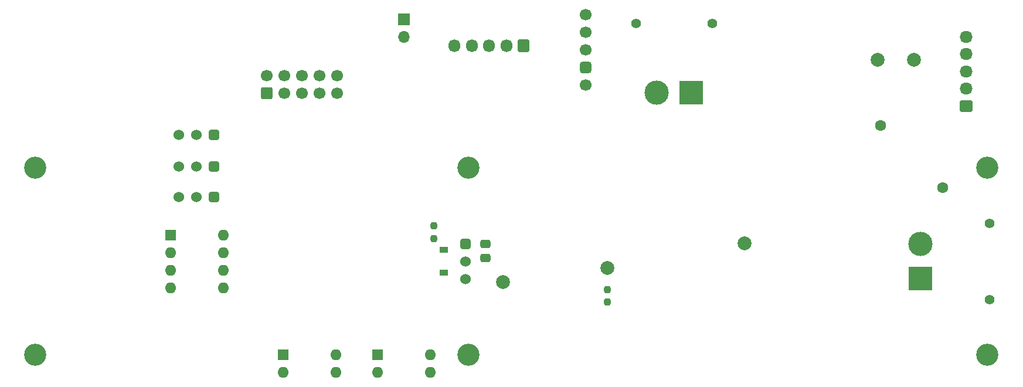
<source format=gbr>
%TF.GenerationSoftware,KiCad,Pcbnew,(6.0.11)*%
%TF.CreationDate,2023-09-13T08:26:01+09:00*%
%TF.ProjectId,MD,4d442e6b-6963-4616-945f-706362585858,rev?*%
%TF.SameCoordinates,Original*%
%TF.FileFunction,Soldermask,Bot*%
%TF.FilePolarity,Negative*%
%FSLAX46Y46*%
G04 Gerber Fmt 4.6, Leading zero omitted, Abs format (unit mm)*
G04 Created by KiCad (PCBNEW (6.0.11)) date 2023-09-13 08:26:01*
%MOMM*%
%LPD*%
G01*
G04 APERTURE LIST*
G04 Aperture macros list*
%AMRoundRect*
0 Rectangle with rounded corners*
0 $1 Rounding radius*
0 $2 $3 $4 $5 $6 $7 $8 $9 X,Y pos of 4 corners*
0 Add a 4 corners polygon primitive as box body*
4,1,4,$2,$3,$4,$5,$6,$7,$8,$9,$2,$3,0*
0 Add four circle primitives for the rounded corners*
1,1,$1+$1,$2,$3*
1,1,$1+$1,$4,$5*
1,1,$1+$1,$6,$7*
1,1,$1+$1,$8,$9*
0 Add four rect primitives between the rounded corners*
20,1,$1+$1,$2,$3,$4,$5,0*
20,1,$1+$1,$4,$5,$6,$7,0*
20,1,$1+$1,$6,$7,$8,$9,0*
20,1,$1+$1,$8,$9,$2,$3,0*%
%AMHorizOval*
0 Thick line with rounded ends*
0 $1 width*
0 $2 $3 position (X,Y) of the first rounded end (center of the circle)*
0 $4 $5 position (X,Y) of the second rounded end (center of the circle)*
0 Add line between two ends*
20,1,$1,$2,$3,$4,$5,0*
0 Add two circle primitives to create the rounded ends*
1,1,$1,$2,$3*
1,1,$1,$4,$5*%
G04 Aperture macros list end*
%ADD10C,3.200000*%
%ADD11C,2.000000*%
%ADD12R,1.600000X1.600000*%
%ADD13O,1.600000X1.600000*%
%ADD14RoundRect,0.250000X0.600000X0.675000X-0.600000X0.675000X-0.600000X-0.675000X0.600000X-0.675000X0*%
%ADD15O,1.700000X1.850000*%
%ADD16RoundRect,0.250000X0.600000X-0.600000X0.600000X0.600000X-0.600000X0.600000X-0.600000X-0.600000X0*%
%ADD17C,1.700000*%
%ADD18C,1.400000*%
%ADD19R,3.500000X3.500000*%
%ADD20C,3.500000*%
%ADD21RoundRect,0.381000X-0.381000X0.381000X-0.381000X-0.381000X0.381000X-0.381000X0.381000X0.381000X0*%
%ADD22C,1.524000*%
%ADD23R,1.700000X1.700000*%
%ADD24O,1.700000X1.700000*%
%ADD25RoundRect,0.250000X0.675000X-0.600000X0.675000X0.600000X-0.675000X0.600000X-0.675000X-0.600000X0*%
%ADD26O,1.850000X1.700000*%
%ADD27RoundRect,0.425000X0.425000X0.425000X-0.425000X0.425000X-0.425000X-0.425000X0.425000X-0.425000X0*%
%ADD28RoundRect,0.381000X-0.381000X-0.381000X0.381000X-0.381000X0.381000X0.381000X-0.381000X0.381000X0*%
%ADD29C,1.600000*%
%ADD30HorizOval,1.600000X0.000000X0.000000X0.000000X0.000000X0*%
%ADD31RoundRect,0.237500X-0.237500X0.250000X-0.237500X-0.250000X0.237500X-0.250000X0.237500X0.250000X0*%
%ADD32R,1.200000X0.900000*%
%ADD33RoundRect,0.250000X-0.475000X0.337500X-0.475000X-0.337500X0.475000X-0.337500X0.475000X0.337500X0*%
G04 APERTURE END LIST*
D10*
%TO.C,H8*%
X148520000Y-128460000D03*
%TD*%
D11*
%TO.C,TP2*%
X168620000Y-115960000D03*
%TD*%
D10*
%TO.C,H9*%
X223519999Y-128460000D03*
%TD*%
D12*
%TO.C,SW4*%
X105520000Y-111210000D03*
D13*
X105520000Y-113750000D03*
X105520000Y-116290000D03*
X105520000Y-118830000D03*
X113140000Y-118830000D03*
X113140000Y-116290000D03*
X113140000Y-113750000D03*
X113140000Y-111210000D03*
%TD*%
D14*
%TO.C,J3*%
X156520000Y-83855000D03*
D15*
X154020000Y-83855000D03*
X151520000Y-83855000D03*
X149020000Y-83855000D03*
X146520000Y-83855000D03*
%TD*%
D11*
%TO.C,TP5*%
X207680000Y-85900000D03*
%TD*%
D16*
%TO.C,J2*%
X119440000Y-90657500D03*
D17*
X119440000Y-88117500D03*
X121980000Y-90657500D03*
X121980000Y-88117500D03*
X124520000Y-90657500D03*
X124520000Y-88117500D03*
X127060000Y-90657500D03*
X127060000Y-88117500D03*
X129600000Y-90657500D03*
X129600000Y-88117500D03*
%TD*%
D11*
%TO.C,TP1*%
X188450000Y-112360000D03*
%TD*%
D18*
%TO.C,J4*%
X223845000Y-120460000D03*
X223845000Y-109460000D03*
D19*
X213845000Y-117460000D03*
D20*
X213845000Y-112460000D03*
%TD*%
D21*
%TO.C,SW6*%
X111810000Y-96710000D03*
D22*
X109270000Y-96710000D03*
X106730000Y-96710000D03*
%TD*%
D18*
%TO.C,J1*%
X183730000Y-80595000D03*
X172730000Y-80595000D03*
D19*
X180730000Y-90595000D03*
D20*
X175730000Y-90595000D03*
%TD*%
D10*
%TO.C,H7*%
X86019999Y-128460000D03*
%TD*%
%TO.C,H5*%
X148520000Y-101460000D03*
%TD*%
D23*
%TO.C,JP1*%
X139270000Y-80050000D03*
D24*
X139270000Y-82590000D03*
%TD*%
D25*
%TO.C,J5*%
X220470000Y-92560000D03*
D26*
X220470000Y-90060000D03*
X220470000Y-87560000D03*
X220470000Y-85060000D03*
X220470000Y-82560000D03*
%TD*%
D11*
%TO.C,TP3*%
X153520000Y-117960000D03*
%TD*%
D27*
%TO.C,SW5*%
X165520000Y-87000000D03*
D17*
X165520000Y-84460000D03*
X165520000Y-81920000D03*
X165520000Y-89540000D03*
X165520000Y-79380000D03*
%TD*%
D11*
%TO.C,TP4*%
X212870000Y-85900000D03*
%TD*%
D28*
%TO.C,U1*%
X148143000Y-112420000D03*
D22*
X148143000Y-114960000D03*
X148143000Y-117500000D03*
%TD*%
D12*
%TO.C,U4*%
X135390000Y-128435000D03*
D13*
X135390000Y-130975000D03*
X143010000Y-130975000D03*
X143010000Y-128435000D03*
%TD*%
D10*
%TO.C,H6*%
X223519999Y-101460000D03*
%TD*%
D21*
%TO.C,SW1*%
X111810000Y-101310000D03*
D22*
X109270000Y-101310000D03*
X106730000Y-101310000D03*
%TD*%
D12*
%TO.C,U5*%
X121780000Y-128445000D03*
D13*
X121780000Y-130985000D03*
X129400000Y-130985000D03*
X129400000Y-128445000D03*
%TD*%
D10*
%TO.C,H4*%
X86019999Y-101460000D03*
%TD*%
D29*
%TO.C,R61*%
X217040000Y-104350000D03*
D30*
X208059744Y-95369744D03*
%TD*%
D21*
%TO.C,SW2*%
X111810000Y-105710000D03*
D22*
X109270000Y-105710000D03*
X106730000Y-105710000D03*
%TD*%
D31*
%TO.C,R64*%
X168620000Y-119047500D03*
X168620000Y-120872500D03*
%TD*%
D32*
%TO.C,D5*%
X145020000Y-113310000D03*
X145020000Y-116610000D03*
%TD*%
D31*
%TO.C,R25*%
X143550000Y-109847500D03*
X143550000Y-111672500D03*
%TD*%
D33*
%TO.C,C6*%
X151020000Y-112422500D03*
X151020000Y-114497500D03*
%TD*%
M02*

</source>
